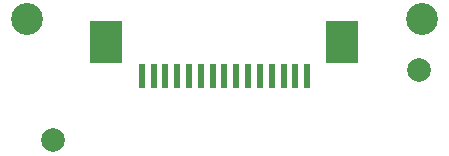
<source format=gbs>
G04*
G04 #@! TF.GenerationSoftware,Altium Limited,Altium Designer,21.8.1 (53)*
G04*
G04 Layer_Color=16711935*
%FSTAX43Y43*%
%MOMM*%
G71*
G04*
G04 #@! TF.SameCoordinates,E9D0F36F-AA13-4B2A-9452-88F94A95212A*
G04*
G04*
G04 #@! TF.FilePolarity,Negative*
G04*
G01*
G75*
%ADD14R,0.610X2.000*%
%ADD15R,2.680X3.600*%
%ADD25C,2.000*%
%ADD26C,2.700*%
D14*
X00125Y00135D02*
D03*
X00135D02*
D03*
X00145D02*
D03*
X00155D02*
D03*
X00165D02*
D03*
X00175D02*
D03*
X00185D02*
D03*
X00195D02*
D03*
X00205D02*
D03*
X00215D02*
D03*
X00225D02*
D03*
X00235D02*
D03*
X00245D02*
D03*
X00255D02*
D03*
X00265D02*
D03*
D15*
X002949Y00163D02*
D03*
X000951D02*
D03*
D25*
X0005Y0008D02*
D03*
X0036Y0014D02*
D03*
D26*
X003625Y001825D02*
D03*
X000275D02*
D03*
M02*

</source>
